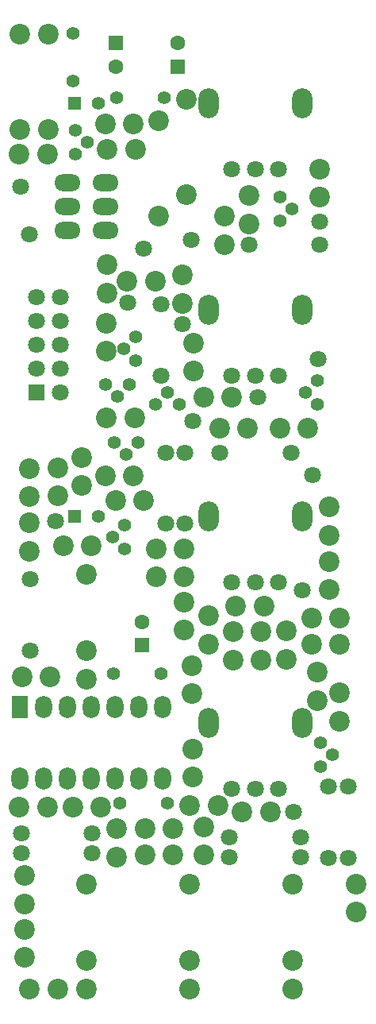
<source format=gts>
G04 #@! TF.FileFunction,Soldermask,Top*
%FSLAX46Y46*%
G04 Gerber Fmt 4.6, Leading zero omitted, Abs format (unit mm)*
G04 Created by KiCad (PCBNEW (2016-08-20 BZR 7083)-product) date Tue Jan 31 21:42:43 2017*
%MOMM*%
%LPD*%
G01*
G04 APERTURE LIST*
%ADD10C,0.100000*%
%ADD11C,1.800000*%
%ADD12C,2.200000*%
%ADD13C,1.400000*%
%ADD14R,1.600000X1.600000*%
%ADD15C,1.600000*%
%ADD16R,1.800000X2.400000*%
%ADD17O,1.800000X2.400000*%
%ADD18R,1.800000X1.800000*%
%ADD19O,2.200000X3.200000*%
%ADD20R,1.400000X1.400000*%
%ADD21O,2.800000X1.800000*%
G04 APERTURE END LIST*
D10*
D11*
X36900000Y16600000D03*
X36900000Y24200000D03*
X34800000Y24200000D03*
X34800000Y16600000D03*
X9600000Y17100000D03*
X2000000Y17100000D03*
D12*
X14000000Y94800000D03*
X11000000Y94800000D03*
D13*
X30935000Y85800000D03*
X29665000Y87070000D03*
X29665000Y84530000D03*
D11*
X15050000Y81550000D03*
X20150000Y82450000D03*
D12*
X16700000Y85020000D03*
X16700000Y95180000D03*
X4900000Y94220000D03*
X4900000Y104380000D03*
D14*
X18700000Y100950000D03*
D15*
X18700000Y103450000D03*
D14*
X12100000Y103450000D03*
D15*
X12100000Y100950000D03*
D13*
X17240000Y97600000D03*
X12160000Y97600000D03*
X7500000Y99360000D03*
X7500000Y104440000D03*
X11860000Y36200000D03*
X16940000Y36200000D03*
X17640000Y22400000D03*
X12560000Y22400000D03*
D14*
X14900000Y39250000D03*
D15*
X14900000Y41750000D03*
D16*
X1880000Y32710000D03*
D17*
X4420000Y32710000D03*
X6960000Y32710000D03*
X9500000Y32710000D03*
X12040000Y32710000D03*
X14580000Y32710000D03*
X17120000Y32710000D03*
X17120000Y25090000D03*
X14580000Y25090000D03*
X12040000Y25090000D03*
X9500000Y25090000D03*
X6960000Y25090000D03*
X4420000Y25090000D03*
X1880000Y25090000D03*
D11*
X2850000Y83050000D03*
X1950000Y88150000D03*
D13*
X13200000Y59565000D03*
X14470000Y60835000D03*
X11930000Y60835000D03*
X32365000Y66200000D03*
X33635000Y64930000D03*
X33635000Y67470000D03*
X35235000Y27600000D03*
X33965000Y28870000D03*
X33965000Y26330000D03*
X12965000Y70900000D03*
X14235000Y69630000D03*
X14235000Y72170000D03*
X17600000Y66235000D03*
X16330000Y64965000D03*
X18870000Y64965000D03*
X12300000Y65765000D03*
X13570000Y67035000D03*
X11030000Y67035000D03*
D18*
X3630000Y66220000D03*
D11*
X6170000Y66220000D03*
X3630000Y68760000D03*
X6170000Y68760000D03*
X3630000Y71300000D03*
X6170000Y71300000D03*
X3630000Y73840000D03*
X6170000Y73840000D03*
X3630000Y76380000D03*
X6170000Y76380000D03*
D12*
X9000000Y5698000D03*
X9000000Y13826000D03*
X9000000Y2650000D03*
X31000000Y5698000D03*
X31000000Y13826000D03*
X31000000Y2650000D03*
X20000000Y5698000D03*
X20000000Y13826000D03*
X20000000Y2650000D03*
D19*
X32000000Y31000000D03*
X22000000Y31000000D03*
D11*
X29500000Y24000000D03*
X27000000Y24000000D03*
X24500000Y24000000D03*
D19*
X32000000Y75000000D03*
X22000000Y75000000D03*
D11*
X29500000Y68000000D03*
X27000000Y68000000D03*
X24500000Y68000000D03*
D19*
X32000000Y97000000D03*
X22000000Y97000000D03*
D11*
X29500000Y90000000D03*
X27000000Y90000000D03*
X24500000Y90000000D03*
D19*
X32000000Y53000000D03*
X22000000Y53000000D03*
D11*
X29500000Y46000000D03*
X27000000Y46000000D03*
X24500000Y46000000D03*
X2000000Y19200000D03*
X9600000Y19200000D03*
X23200000Y59800000D03*
X30800000Y59800000D03*
X3000000Y38700000D03*
X3000000Y46300000D03*
X26300000Y82000000D03*
X33900000Y82000000D03*
X16900000Y68000000D03*
X16900000Y75600000D03*
X24200000Y16700000D03*
X31800000Y16700000D03*
X31800000Y18800000D03*
X24200000Y18800000D03*
D12*
X2400000Y14700000D03*
X2400000Y11700000D03*
X1800000Y22000000D03*
X4800000Y22000000D03*
X7500000Y22000000D03*
X10500000Y22000000D03*
X33900000Y87000000D03*
X33900000Y90000000D03*
X21500000Y65700000D03*
X24500000Y65700000D03*
X28600000Y21500000D03*
X25600000Y21500000D03*
X5900000Y55200000D03*
X5900000Y58200000D03*
X8500000Y59300000D03*
X8500000Y56300000D03*
X32600000Y62400000D03*
X29600000Y62400000D03*
X26200000Y62400000D03*
X23200000Y62400000D03*
X33600000Y36400000D03*
X33600000Y33400000D03*
X36000000Y31200000D03*
X36000000Y34200000D03*
X34900000Y45200000D03*
X34900000Y48200000D03*
X34900000Y51000000D03*
X34900000Y54000000D03*
X16300000Y78100000D03*
X13300000Y78100000D03*
X36000000Y42200000D03*
X33000000Y42200000D03*
X11200000Y79800000D03*
X11200000Y76800000D03*
X2100000Y35900000D03*
X5100000Y35900000D03*
X20400000Y68500000D03*
X20400000Y71500000D03*
X19200000Y78700000D03*
X19200000Y75700000D03*
X26300000Y87200000D03*
X26300000Y84200000D03*
X23700000Y85000000D03*
X23700000Y82000000D03*
X11100000Y63500000D03*
X14100000Y63500000D03*
X37800000Y10800000D03*
X37800000Y13800000D03*
X20300000Y25200000D03*
X20300000Y28200000D03*
X20000000Y22200000D03*
X23000000Y22200000D03*
X21500000Y16900000D03*
X21500000Y19900000D03*
X9000000Y38698000D03*
X9000000Y46826000D03*
X9000000Y35650000D03*
D13*
X10270000Y97000000D03*
D20*
X7730000Y97000000D03*
D12*
X12200000Y19700000D03*
X12200000Y16700000D03*
X19400000Y43900000D03*
X19400000Y40900000D03*
X16400000Y46600000D03*
X19400000Y46600000D03*
X11100000Y73600000D03*
X11100000Y70600000D03*
X24600000Y40700000D03*
X27600000Y40700000D03*
X30300000Y37800000D03*
X30300000Y40800000D03*
X33000000Y39400000D03*
X36000000Y39400000D03*
X15200000Y19700000D03*
X18200000Y19700000D03*
X20200000Y34100000D03*
X20200000Y37100000D03*
X18200000Y16900000D03*
X15200000Y16900000D03*
X2900000Y55100000D03*
X2900000Y58100000D03*
X11200000Y92100000D03*
X14200000Y92100000D03*
X2900000Y49300000D03*
X2900000Y52300000D03*
X4800000Y91600000D03*
X1800000Y91600000D03*
D11*
X5700000Y52500000D03*
X31100000Y21500000D03*
X32000000Y45100000D03*
X33700000Y69800000D03*
X33100000Y57400000D03*
X19200000Y73500000D03*
X13400000Y75800000D03*
X33900000Y84400000D03*
X20300000Y63200000D03*
X27300000Y65700000D03*
X17400000Y52200000D03*
X17400000Y59800000D03*
X19500000Y59800000D03*
X19500000Y52200000D03*
D13*
X9035000Y92900000D03*
X7765000Y94170000D03*
X7765000Y91630000D03*
D21*
X6968000Y83460000D03*
X11032000Y83460000D03*
X11032000Y88540000D03*
X6968000Y88540000D03*
X6968000Y86000000D03*
X11032000Y86000000D03*
D12*
X19600000Y87320000D03*
X19600000Y97480000D03*
X1900000Y104380000D03*
X1900000Y94220000D03*
X2400000Y9000000D03*
X2400000Y6000000D03*
X2900000Y2600000D03*
X5900000Y2600000D03*
X27900000Y43400000D03*
X24900000Y43400000D03*
X24600000Y37700000D03*
X27600000Y37700000D03*
X22000000Y42400000D03*
X22000000Y39400000D03*
X12100000Y54700000D03*
X15100000Y54700000D03*
X6500000Y49900000D03*
X9500000Y49900000D03*
X19400000Y49500000D03*
X16400000Y49500000D03*
X14000000Y57300000D03*
X11000000Y57300000D03*
D13*
X10270000Y53000000D03*
D20*
X7730000Y53000000D03*
D13*
X11765000Y50800000D03*
X13035000Y49530000D03*
X13035000Y52070000D03*
M02*

</source>
